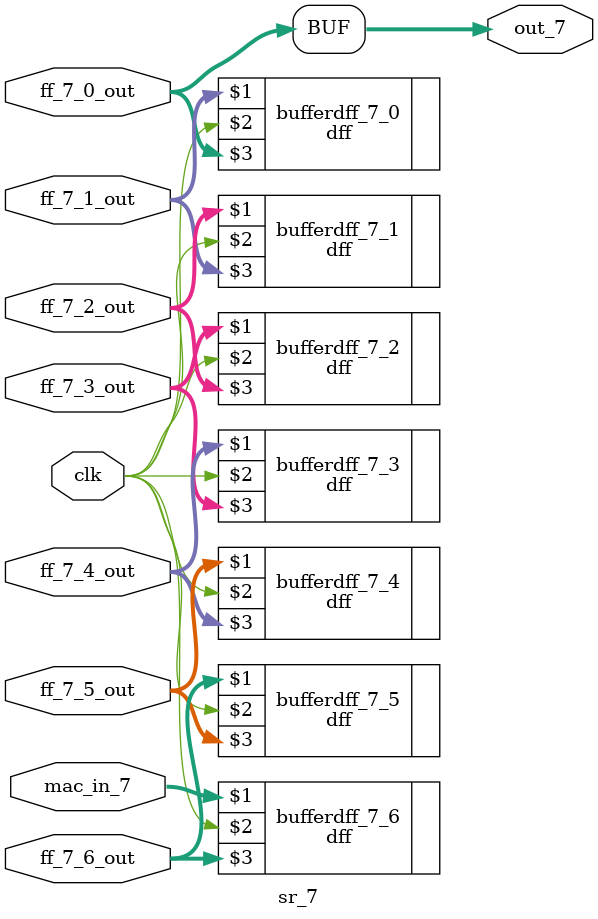
<source format=v>
module sr_7 (mac_in_7, ff_7_6_out, ff_7_5_out, ff_7_4_out, ff_7_3_out, ff_7_2_out, ff_7_1_out, ff_7_0_out, clk, out_7);

	input				[18:0] mac_in_7;
	input 				[18:0] ff_7_6_out, ff_7_5_out, ff_7_4_out, ff_7_3_out, ff_7_2_out, ff_7_1_out, ff_7_0_out;
	input				clk;
	
	output			[18:0]	out_7;
	
	
	dff			bufferdff_7_6(mac_in_7, clk, ff_7_6_out);
	dff			bufferdff_7_5(ff_7_6_out, clk, ff_7_5_out);
	dff		   bufferdff_7_4(ff_7_5_out, clk, ff_7_4_out);
	dff		   bufferdff_7_3(ff_7_4_out, clk, ff_7_3_out);
	dff			bufferdff_7_2(ff_7_3_out, clk, ff_7_2_out);
	dff			bufferdff_7_1(ff_7_2_out, clk, ff_7_1_out);
	dff			bufferdff_7_0(ff_7_1_out, clk, ff_7_0_out);
	
	
	assign out_7 = ff_7_0_out;
	
	
endmodule
</source>
